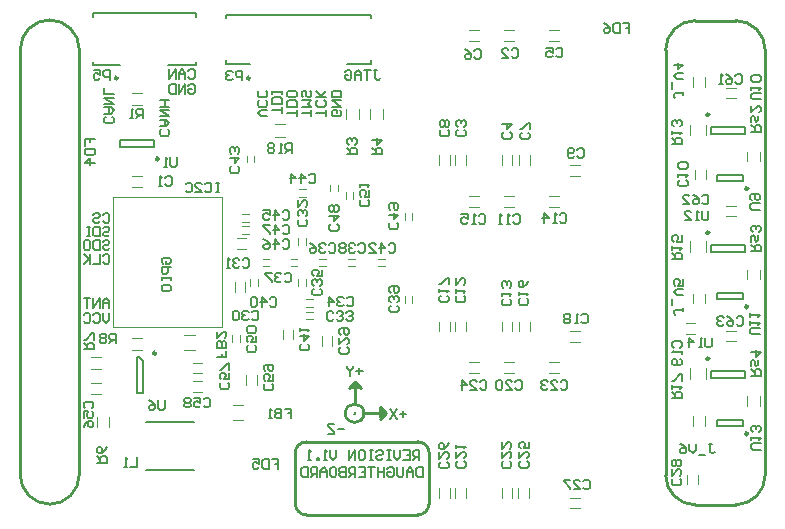
<source format=gbo>
G04*
G04 #@! TF.GenerationSoftware,Altium Limited,Altium Designer,18.1.7 (191)*
G04*
G04 Layer_Color=32896*
%FSLAX25Y25*%
%MOIN*%
G70*
G01*
G75*
%ADD10C,0.01000*%
%ADD12C,0.00984*%
%ADD13C,0.00787*%
%ADD14C,0.00472*%
%ADD15C,0.00700*%
%ADD79C,0.00394*%
%ADD80C,0.00800*%
G36*
X120432Y37303D02*
X122400Y35335D01*
X120432Y33366D01*
Y37303D01*
D02*
G37*
G36*
X110491Y43307D02*
X112459Y45276D01*
X114428Y43307D01*
X110491D01*
D02*
G37*
D10*
X216140Y14669D02*
G03*
X225982Y4825I9843J-2D01*
G01*
X239467D02*
G03*
X249311Y14667I2J9843D01*
G01*
X92706Y5123D02*
G03*
X96374Y1455I3668J-1D01*
G01*
X133563Y1476D02*
G03*
X137232Y5144I1J3668D01*
G01*
X137293Y22146D02*
G03*
X133625Y25814I-3668J1D01*
G01*
X96359Y25804D02*
G03*
X92690Y22136I-1J-3668D01*
G01*
X112598Y35335D02*
G03*
X112598Y35335I-139J0D01*
G01*
X115550D02*
G03*
X115550Y35335I-3091J0D01*
G01*
X225984Y166244D02*
G03*
X216140Y156402I-2J-9843D01*
G01*
X249311Y156400D02*
G03*
X239469Y166244I-9843J2D01*
G01*
X984Y14864D02*
G03*
X20669Y14864I9843J-2D01*
G01*
Y156597D02*
G03*
X984Y156597I-9843J2D01*
G01*
X216140Y14669D02*
Y39077D01*
X225982Y4825D02*
X239467D01*
X96374Y1455D02*
X133563D01*
X96359Y25815D02*
X133625D01*
X137293Y5205D02*
Y22146D01*
X92706Y5123D02*
Y22120D01*
X112459Y45768D02*
X114428Y43799D01*
X115550Y35335D02*
X122892D01*
X120924Y37303D02*
X122892Y35335D01*
X120924Y33366D02*
X122892Y35335D01*
X112459Y38425D02*
Y45768D01*
X110491Y43799D02*
X112459Y45768D01*
X216100Y156402D02*
X216100Y30455D01*
X225984Y166244D02*
X239469D01*
X249311Y25691D02*
Y156400D01*
Y14667D02*
Y25691D01*
X984Y14864D02*
Y30218D01*
X20669Y14864D02*
Y25888D01*
X984Y30218D02*
Y156597D01*
X20669Y25888D02*
Y156597D01*
D12*
X77608Y147047D02*
G03*
X77608Y147047I-492J0D01*
G01*
X33514D02*
G03*
X33514Y147047I-492J0D01*
G01*
X230705Y134882D02*
G03*
X230705Y134882I-492J0D01*
G01*
X243602Y110236D02*
G03*
X243602Y110236I-492J0D01*
G01*
X230705Y95512D02*
G03*
X230705Y95512I-492J0D01*
G01*
X243602Y70866D02*
G03*
X243602Y70866I-492J0D01*
G01*
X230705Y53523D02*
G03*
X230705Y53523I-492J0D01*
G01*
X243602Y28543D02*
G03*
X243602Y28543I-492J0D01*
G01*
X47150Y120138D02*
G03*
X47150Y120138I-492J0D01*
G01*
X46260Y55315D02*
G03*
X46260Y55315I-492J0D01*
G01*
D13*
X43012Y16535D02*
X58760D01*
X43012Y32283D02*
X58760D01*
X69685Y166929D02*
Y168209D01*
X117913Y166929D02*
Y168209D01*
Y151673D02*
Y152953D01*
X69685Y151673D02*
Y152953D01*
X110039Y151673D02*
X117913D01*
X69685D02*
X77559D01*
X69685Y168209D02*
X117913D01*
X25197Y151279D02*
X34350D01*
X50295D02*
X59449D01*
Y167323D02*
Y168602D01*
Y151279D02*
Y152559D01*
X25197Y168602D02*
X59449D01*
X25197Y167323D02*
Y168602D01*
Y151279D02*
Y152559D01*
X231315Y128543D02*
Y130905D01*
X242732Y128543D02*
Y130905D01*
X231315Y130905D02*
X242732D01*
X231315Y128543D02*
X242732D01*
X242028Y112894D02*
Y114862D01*
X233366Y112894D02*
Y114862D01*
Y112894D02*
X242028D01*
X233366Y114862D02*
X242028D01*
X231315Y89173D02*
Y91535D01*
X242732Y89173D02*
Y91535D01*
X231315Y91535D02*
X242732D01*
X231315Y89173D02*
X242732D01*
X242028Y73524D02*
Y75492D01*
X233366Y73524D02*
Y75492D01*
Y73524D02*
X242028D01*
X233366Y75492D02*
X242028D01*
X231315Y47185D02*
Y49547D01*
X242732Y47185D02*
Y49547D01*
X231315Y49547D02*
X242732D01*
X231315Y47185D02*
X242732D01*
X242028Y31201D02*
Y33169D01*
X233366Y31201D02*
Y33169D01*
Y31201D02*
X242028D01*
X233366Y33169D02*
X242028D01*
X45555Y124114D02*
Y126476D01*
X34138Y124114D02*
Y126476D01*
Y124114D02*
X45555D01*
X34138Y126476D02*
X45555D01*
X40059Y42028D02*
X42028D01*
X40059D02*
Y54232D01*
X40674D01*
X42028Y52879D01*
Y42028D02*
Y52879D01*
D14*
X145965Y118110D02*
Y121260D01*
X149508Y118110D02*
Y121260D01*
X113878Y133563D02*
Y136713D01*
X109744Y133563D02*
Y136713D01*
X117717Y133563D02*
Y136713D01*
X121850Y133563D02*
Y136713D01*
X86024Y131693D02*
X89173D01*
X86024Y127559D02*
X89173D01*
X236319Y143799D02*
X239469D01*
X236319Y140256D02*
X239469D01*
X229331Y144193D02*
Y147343D01*
X225197Y144193D02*
Y147343D01*
X229429Y127953D02*
Y131496D01*
X224114Y127953D02*
Y131496D01*
X247539Y119390D02*
Y122539D01*
X243406Y119390D02*
Y122539D01*
X229421Y89231D02*
Y92774D01*
X224106Y89231D02*
Y92774D01*
X247539Y79921D02*
Y83071D01*
X243406Y79921D02*
Y83071D01*
X236319Y62894D02*
X239469D01*
X236319Y59350D02*
X239469D01*
X229429Y46752D02*
Y50295D01*
X224114Y46752D02*
Y50295D01*
X247539Y37894D02*
Y41043D01*
X243406Y37894D02*
Y41043D01*
X229232Y31102D02*
Y34252D01*
X225098Y31102D02*
Y34252D01*
X226939Y11658D02*
Y14807D01*
X223395Y11658D02*
Y14807D01*
X170571Y7185D02*
Y10335D01*
X167028Y7185D02*
Y10335D01*
X144095Y62697D02*
Y65847D01*
X140551Y62697D02*
Y65847D01*
X162402Y52362D02*
X165551D01*
X162402Y48819D02*
X165551D01*
X150689D02*
X153839D01*
X150689Y52362D02*
X153839D01*
X177362D02*
X180512D01*
X177362Y48819D02*
X180512D01*
X165059Y62697D02*
Y65847D01*
X161516Y62697D02*
Y65847D01*
X170757Y62697D02*
Y65847D01*
X167213Y62697D02*
Y65847D01*
X177362Y107776D02*
X180512D01*
X177362Y104232D02*
X180512D01*
X162402Y107776D02*
X165551D01*
X162402Y104232D02*
X165551D01*
X144095Y118110D02*
Y121260D01*
X140551Y118110D02*
Y121260D01*
X165059Y118110D02*
Y121260D01*
X161516Y118110D02*
Y121260D01*
X170757Y118110D02*
Y121260D01*
X167213Y118110D02*
Y121260D01*
X184350Y118110D02*
X187500D01*
X184350Y114567D02*
X187500D01*
X177362Y163091D02*
X180512D01*
X177362Y159547D02*
X180512D01*
X150689D02*
X153839D01*
X150689Y163091D02*
X153839D01*
X162402D02*
X165551D01*
X162402Y159547D02*
X165551D01*
X38287Y137992D02*
X41437D01*
X38287Y142126D02*
X41437D01*
X38386Y114370D02*
X41535D01*
X38386Y110827D02*
X41535D01*
X88484Y60039D02*
Y63189D01*
X92028Y60039D02*
Y63189D01*
X73130Y93701D02*
X76279D01*
X73130Y90158D02*
X76279D01*
X105020Y57874D02*
Y61024D01*
X101476Y57874D02*
Y61024D01*
X55610Y56398D02*
X59153D01*
X55610Y61516D02*
X59153D01*
X24606Y54134D02*
X27756D01*
X24606Y50000D02*
X27756D01*
X24606Y41732D02*
X27756D01*
X24606Y45276D02*
X27756D01*
X58563Y48622D02*
X61713D01*
X58563Y52165D02*
X61713D01*
X71850Y32972D02*
X75394D01*
X71850Y38091D02*
X75394D01*
X72441Y75886D02*
Y79035D01*
X75984Y75886D02*
Y79035D01*
X145965Y7185D02*
Y10335D01*
X149508Y7185D02*
Y10335D01*
X184350Y3642D02*
X187500D01*
X184350Y7185D02*
X187500D01*
X161516Y7185D02*
Y10335D01*
X165059Y7185D02*
Y10335D01*
X140551Y7185D02*
Y10335D01*
X144095Y7185D02*
Y10335D01*
X150689Y107776D02*
X153839D01*
X150689Y104232D02*
X153839D01*
X222835Y65453D02*
X225984D01*
X222835Y61910D02*
X225984D01*
X145965Y62697D02*
Y65847D01*
X149508Y62697D02*
Y65847D01*
X184350Y59153D02*
X187500D01*
X184350Y62697D02*
X187500D01*
X229527Y113386D02*
Y116535D01*
X225984Y113386D02*
Y116535D01*
X79894Y44882D02*
Y48031D01*
X76350Y44882D02*
Y48031D01*
X58563Y46063D02*
X61713D01*
X58563Y42520D02*
X61713D01*
X225197Y72047D02*
Y75197D01*
X229331Y72047D02*
Y75197D01*
X236319Y100984D02*
X239469D01*
X236319Y104528D02*
X239469D01*
X26575Y30807D02*
Y33957D01*
X30709Y30807D02*
Y33957D01*
X38287Y60532D02*
X41437D01*
X38287Y56398D02*
X41437D01*
D15*
X118832Y149754D02*
X119898D01*
X119365D01*
Y147088D01*
X119898Y146555D01*
X120431D01*
X120965Y147088D01*
X117766Y149754D02*
X115633D01*
X116699D01*
Y146555D01*
X114567D02*
Y148688D01*
X113500Y149754D01*
X112434Y148688D01*
Y146555D01*
Y148155D01*
X114567D01*
X109235Y149221D02*
X109768Y149754D01*
X110835D01*
X111368Y149221D01*
Y147088D01*
X110835Y146555D01*
X109768D01*
X109235Y147088D01*
Y148155D01*
X110301D01*
X57021Y149418D02*
X57554Y149951D01*
X58620D01*
X59153Y149418D01*
Y147285D01*
X58620Y146752D01*
X57554D01*
X57021Y147285D01*
X55955Y146752D02*
Y148885D01*
X54888Y149951D01*
X53822Y148885D01*
Y146752D01*
Y148351D01*
X55955D01*
X52756Y146752D02*
Y149951D01*
X50623Y146752D01*
Y149951D01*
X135138Y17274D02*
Y14075D01*
X133538D01*
X133005Y14608D01*
Y16741D01*
X133538Y17274D01*
X135138D01*
X131939Y14075D02*
Y16207D01*
X130872Y17274D01*
X129806Y16207D01*
Y14075D01*
Y15674D01*
X131939D01*
X128740Y17274D02*
Y14608D01*
X128207Y14075D01*
X127140D01*
X126607Y14608D01*
Y17274D01*
X123408Y16741D02*
X123941Y17274D01*
X125008D01*
X125541Y16741D01*
Y14608D01*
X125008Y14075D01*
X123941D01*
X123408Y14608D01*
Y15674D01*
X124475D01*
X122342Y17274D02*
Y14075D01*
Y15674D01*
X120209D01*
Y17274D01*
Y14075D01*
X119143Y17274D02*
X117010D01*
X118077D01*
Y14075D01*
X113811Y17274D02*
X115944D01*
Y14075D01*
X113811D01*
X115944Y15674D02*
X114878D01*
X112745Y14075D02*
Y17274D01*
X111145D01*
X110612Y16741D01*
Y15674D01*
X111145Y15141D01*
X112745D01*
X111679D02*
X110612Y14075D01*
X109546Y17274D02*
Y14075D01*
X107947D01*
X107413Y14608D01*
Y15141D01*
X107947Y15674D01*
X109546D01*
X107947D01*
X107413Y16207D01*
Y16741D01*
X107947Y17274D01*
X109546D01*
X104748D02*
X105814D01*
X106347Y16741D01*
Y14608D01*
X105814Y14075D01*
X104748D01*
X104214Y14608D01*
Y16741D01*
X104748Y17274D01*
X103148Y14075D02*
Y16207D01*
X102082Y17274D01*
X101015Y16207D01*
Y14075D01*
Y15674D01*
X103148D01*
X99949Y14075D02*
Y17274D01*
X98350D01*
X97816Y16741D01*
Y15674D01*
X98350Y15141D01*
X99949D01*
X98883D02*
X97816Y14075D01*
X96750Y17274D02*
Y14075D01*
X95151D01*
X94617Y14608D01*
Y16741D01*
X95151Y17274D01*
X96750D01*
X108916Y30143D02*
X106783D01*
X105717Y31742D02*
X103584D01*
Y31209D01*
X105717Y29076D01*
Y28543D01*
X103584D01*
X115117Y49434D02*
X112984D01*
X114050Y50500D02*
Y48368D01*
X111918Y51034D02*
Y50500D01*
X110851Y49434D01*
X109785Y50500D01*
Y51034D01*
X110851Y49434D02*
Y47835D01*
X129684Y35064D02*
X127551D01*
X128617Y36130D02*
Y33998D01*
X126485Y36663D02*
X124352Y33465D01*
Y36663D02*
X126485Y33465D01*
X57021Y144398D02*
X57554Y144931D01*
X58620D01*
X59153Y144398D01*
Y142265D01*
X58620Y141732D01*
X57554D01*
X57021Y142265D01*
Y143332D01*
X58087D01*
X55955Y141732D02*
Y144931D01*
X53822Y141732D01*
Y144931D01*
X52756D02*
Y141732D01*
X51156D01*
X50623Y142265D01*
Y144398D01*
X51156Y144931D01*
X52756D01*
X31701Y134121D02*
X32234Y133588D01*
Y132521D01*
X31701Y131988D01*
X29569D01*
X29035Y132521D01*
Y133588D01*
X29569Y134121D01*
X29035Y135187D02*
X31168D01*
X32234Y136253D01*
X31168Y137320D01*
X29035D01*
X30635D01*
Y135187D01*
X29035Y138386D02*
X32234D01*
X29035Y140519D01*
X32234D01*
Y141585D02*
X29035D01*
Y143718D01*
X50205Y129987D02*
X50738Y129454D01*
Y128387D01*
X50205Y127854D01*
X48072D01*
X47539Y128387D01*
Y129454D01*
X48072Y129987D01*
X47539Y131053D02*
X49672D01*
X50738Y132120D01*
X49672Y133186D01*
X47539D01*
X49139D01*
Y131053D01*
X47539Y134252D02*
X50738D01*
X47539Y136385D01*
X50738D01*
Y137451D02*
X47539D01*
X49139D01*
Y139584D01*
X50738D01*
X47539D01*
X107489Y136413D02*
X108022Y135880D01*
Y134814D01*
X107489Y134281D01*
X105356D01*
X104823Y134814D01*
Y135880D01*
X105356Y136413D01*
X106422D01*
Y135347D01*
X104823Y137480D02*
X108022D01*
X104823Y139612D01*
X108022D01*
Y140679D02*
X104823D01*
Y142278D01*
X105356Y142811D01*
X107489D01*
X108022Y142278D01*
Y140679D01*
X83317Y134281D02*
X81184D01*
X80118Y135347D01*
X81184Y136413D01*
X83317D01*
X82784Y139612D02*
X83317Y139079D01*
Y138013D01*
X82784Y137480D01*
X80651D01*
X80118Y138013D01*
Y139079D01*
X80651Y139612D01*
X82784Y142811D02*
X83317Y142278D01*
Y141212D01*
X82784Y140679D01*
X80651D01*
X80118Y141212D01*
Y142278D01*
X80651Y142811D01*
X102909Y134281D02*
Y136413D01*
Y135347D01*
X99710D01*
X102376Y139612D02*
X102909Y139079D01*
Y138013D01*
X102376Y137480D01*
X100243D01*
X99710Y138013D01*
Y139079D01*
X100243Y139612D01*
X102909Y140679D02*
X99710D01*
X100776D01*
X102909Y142811D01*
X101309Y141212D01*
X99710Y142811D01*
X98007Y134281D02*
Y136413D01*
Y135347D01*
X94808D01*
Y137480D02*
X98007D01*
X96941Y138546D01*
X98007Y139612D01*
X94808D01*
X97474Y142811D02*
X98007Y142278D01*
Y141212D01*
X97474Y140679D01*
X96941D01*
X96408Y141212D01*
Y142278D01*
X95874Y142811D01*
X95341D01*
X94808Y142278D01*
Y141212D01*
X95341Y140679D01*
X93105Y134281D02*
Y136413D01*
Y135347D01*
X89906D01*
X93105Y137480D02*
X89906D01*
Y139079D01*
X90439Y139612D01*
X92572D01*
X93105Y139079D01*
Y137480D01*
Y142278D02*
Y141212D01*
X92572Y140679D01*
X90439D01*
X89906Y141212D01*
Y142278D01*
X90439Y142811D01*
X92572D01*
X93105Y142278D01*
X88204Y135347D02*
Y137480D01*
Y136413D01*
X85005D01*
X88204Y138546D02*
X85005D01*
Y140146D01*
X85538Y140679D01*
X87670D01*
X88204Y140146D01*
Y138546D01*
Y141745D02*
Y142811D01*
Y142278D01*
X85005D01*
Y141745D01*
Y142811D01*
X134072Y19783D02*
Y22982D01*
X132472D01*
X131939Y22449D01*
Y21383D01*
X132472Y20850D01*
X134072D01*
X133005D02*
X131939Y19783D01*
X128740Y22982D02*
X130872D01*
Y19783D01*
X128740D01*
X130872Y21383D02*
X129806D01*
X127673Y22982D02*
Y20850D01*
X126607Y19783D01*
X125541Y20850D01*
Y22982D01*
X124475D02*
X123408D01*
X123941D01*
Y19783D01*
X124475D01*
X123408D01*
X119676Y22449D02*
X120209Y22982D01*
X121276D01*
X121809Y22449D01*
Y21916D01*
X121276Y21383D01*
X120209D01*
X119676Y20850D01*
Y20317D01*
X120209Y19783D01*
X121276D01*
X121809Y20317D01*
X118610Y22982D02*
X117543D01*
X118077D01*
Y19783D01*
X118610D01*
X117543D01*
X114345Y22982D02*
X115411D01*
X115944Y22449D01*
Y20317D01*
X115411Y19783D01*
X114345D01*
X113811Y20317D01*
Y22449D01*
X114345Y22982D01*
X112745Y19783D02*
Y22982D01*
X110612Y19783D01*
Y22982D01*
X106347D02*
Y20850D01*
X105281Y19783D01*
X104214Y20850D01*
Y22982D01*
X103148Y19783D02*
X102082D01*
X102615D01*
Y22982D01*
X103148Y22449D01*
X100482Y19783D02*
Y20317D01*
X99949D01*
Y19783D01*
X100482D01*
X97816D02*
X96750D01*
X97283D01*
Y22982D01*
X97816Y22449D01*
X30709Y68652D02*
Y66519D01*
X29642Y65453D01*
X28576Y66519D01*
Y68652D01*
X25377Y68119D02*
X25910Y68652D01*
X26976D01*
X27510Y68119D01*
Y65986D01*
X26976Y65453D01*
X25910D01*
X25377Y65986D01*
X22178Y68119D02*
X22711Y68652D01*
X23778D01*
X24311Y68119D01*
Y65986D01*
X23778Y65453D01*
X22711D01*
X22178Y65986D01*
X30709Y70472D02*
Y72605D01*
X29642Y73671D01*
X28576Y72605D01*
Y70472D01*
Y72072D01*
X30709D01*
X27510Y70472D02*
Y73671D01*
X25377Y70472D01*
Y73671D01*
X24311D02*
X22178D01*
X23244D01*
Y70472D01*
X28576Y87804D02*
X29109Y88337D01*
X30176D01*
X30709Y87804D01*
Y85671D01*
X30176Y85138D01*
X29109D01*
X28576Y85671D01*
X27510Y88337D02*
Y85138D01*
X25377D01*
X24311Y88337D02*
Y85138D01*
Y86204D01*
X22178Y88337D01*
X23778Y86737D01*
X22178Y85138D01*
X28576Y92528D02*
X29109Y93061D01*
X30176D01*
X30709Y92528D01*
Y91995D01*
X30176Y91462D01*
X29109D01*
X28576Y90929D01*
Y90395D01*
X29109Y89862D01*
X30176D01*
X30709Y90395D01*
X27510Y93061D02*
Y89862D01*
X25910D01*
X25377Y90395D01*
Y92528D01*
X25910Y93061D01*
X27510D01*
X22711D02*
X23778D01*
X24311Y92528D01*
Y90395D01*
X23778Y89862D01*
X22711D01*
X22178Y90395D01*
Y92528D01*
X22711Y93061D01*
X28576Y96957D02*
X29109Y97490D01*
X30176D01*
X30709Y96957D01*
Y96424D01*
X30176Y95891D01*
X29109D01*
X28576Y95358D01*
Y94824D01*
X29109Y94291D01*
X30176D01*
X30709Y94824D01*
X27510Y97490D02*
Y94291D01*
X25910D01*
X25377Y94824D01*
Y96957D01*
X25910Y97490D01*
X27510D01*
X24311D02*
X23244D01*
X23778D01*
Y94291D01*
X24311D01*
X23244D01*
X67323Y112156D02*
X66256D01*
X66790D01*
Y108957D01*
X67323D01*
X66256D01*
X62524Y111623D02*
X63058Y112156D01*
X64124D01*
X64657Y111623D01*
Y109490D01*
X64124Y108957D01*
X63058D01*
X62524Y109490D01*
X59325Y108957D02*
X61458D01*
X59325Y111089D01*
Y111623D01*
X59859Y112156D01*
X60925D01*
X61458Y111623D01*
X56126D02*
X56660Y112156D01*
X57726D01*
X58259Y111623D01*
Y109490D01*
X57726Y108957D01*
X56660D01*
X56126Y109490D01*
X48614Y85072D02*
X48081Y85605D01*
Y86672D01*
X48614Y87205D01*
X50746D01*
X51279Y86672D01*
Y85605D01*
X50746Y85072D01*
X49680D01*
Y86138D01*
X51279Y84006D02*
X48081D01*
Y82406D01*
X48614Y81873D01*
X49680D01*
X50213Y82406D01*
Y84006D01*
X48081Y80807D02*
Y79741D01*
Y80274D01*
X51279D01*
Y80807D01*
Y79741D01*
X48081Y76542D02*
Y77608D01*
X48614Y78141D01*
X50746D01*
X51279Y77608D01*
Y76542D01*
X50746Y76008D01*
X48614D01*
X48081Y76542D01*
X28576Y101583D02*
X29109Y102116D01*
X30176D01*
X30709Y101583D01*
Y99450D01*
X30176Y98917D01*
X29109D01*
X28576Y99450D01*
X25377Y101583D02*
X25910Y102116D01*
X26976D01*
X27510Y101583D01*
Y101050D01*
X26976Y100517D01*
X25910D01*
X25377Y99984D01*
Y99450D01*
X25910Y98917D01*
X26976D01*
X27510Y99450D01*
X149024Y129790D02*
X149557Y129257D01*
Y128191D01*
X149024Y127657D01*
X146891D01*
X146358Y128191D01*
Y129257D01*
X146891Y129790D01*
X149024Y130856D02*
X149557Y131390D01*
Y132456D01*
X149024Y132989D01*
X148491D01*
X147958Y132456D01*
Y131923D01*
Y132456D01*
X147425Y132989D01*
X146891D01*
X146358Y132456D01*
Y131390D01*
X146891Y130856D01*
X231496Y60581D02*
Y57915D01*
X230963Y57382D01*
X229897D01*
X229363Y57915D01*
Y60581D01*
X228297Y57382D02*
X227231D01*
X227764D01*
Y60581D01*
X228297Y60048D01*
X224032Y57382D02*
Y60581D01*
X225631Y58981D01*
X223499D01*
X247884Y23228D02*
X245218D01*
X244685Y23762D01*
Y24828D01*
X245218Y25361D01*
X247884D01*
X244685Y26427D02*
Y27494D01*
Y26961D01*
X247884D01*
X247351Y26427D01*
Y29093D02*
X247884Y29626D01*
Y30693D01*
X247351Y31226D01*
X246818D01*
X246285Y30693D01*
Y30159D01*
Y30693D01*
X245751Y31226D01*
X245218D01*
X244685Y30693D01*
Y29626D01*
X245218Y29093D01*
X230413Y102805D02*
Y100139D01*
X229880Y99606D01*
X228814D01*
X228281Y100139D01*
Y102805D01*
X227214Y99606D02*
X226148D01*
X226681D01*
Y102805D01*
X227214Y102272D01*
X222416Y99606D02*
X224549D01*
X222416Y101739D01*
Y102272D01*
X222949Y102805D01*
X224015D01*
X224549Y102272D01*
X247589Y61713D02*
X244923D01*
X244390Y62246D01*
Y63312D01*
X244923Y63845D01*
X247589D01*
X244390Y64912D02*
Y65978D01*
Y65445D01*
X247589D01*
X247056Y64912D01*
X244390Y67577D02*
Y68644D01*
Y68111D01*
X247589D01*
X247056Y67577D01*
X247884Y139961D02*
X245218D01*
X244685Y140494D01*
Y141560D01*
X245218Y142093D01*
X247884D01*
X244685Y143160D02*
Y144226D01*
Y143693D01*
X247884D01*
X247351Y143160D01*
Y145825D02*
X247884Y146359D01*
Y147425D01*
X247351Y147958D01*
X245218D01*
X244685Y147425D01*
Y146359D01*
X245218Y145825D01*
X247351D01*
X247589Y103150D02*
X244923D01*
X244390Y103683D01*
Y104749D01*
X244923Y105282D01*
X247589D01*
X244923Y106349D02*
X244390Y106882D01*
Y107948D01*
X244923Y108481D01*
X247056D01*
X247589Y107948D01*
Y106882D01*
X247056Y106349D01*
X246522D01*
X245989Y106882D01*
Y108481D01*
X49114Y39715D02*
Y37049D01*
X48581Y36516D01*
X47515D01*
X46981Y37049D01*
Y39715D01*
X43783D02*
X44849Y39182D01*
X45915Y38115D01*
Y37049D01*
X45382Y36516D01*
X44316D01*
X43783Y37049D01*
Y37582D01*
X44316Y38115D01*
X45915D01*
X53150Y120719D02*
Y118053D01*
X52616Y117520D01*
X51550D01*
X51017Y118053D01*
Y120719D01*
X49951Y117520D02*
X48884D01*
X49417D01*
Y120719D01*
X49951Y120185D01*
X244685Y47835D02*
X247884D01*
Y49434D01*
X247351Y49967D01*
X246285D01*
X245751Y49434D01*
Y47835D01*
Y48901D02*
X244685Y49967D01*
Y51034D02*
Y52633D01*
X245218Y53166D01*
X245751Y52633D01*
Y51567D01*
X246285Y51034D01*
X246818Y51567D01*
Y53166D01*
X244685Y55832D02*
X247884D01*
X246285Y54233D01*
Y56365D01*
X244685Y89370D02*
X247884D01*
Y90970D01*
X247351Y91503D01*
X246285D01*
X245751Y90970D01*
Y89370D01*
Y90436D02*
X244685Y91503D01*
Y92569D02*
Y94169D01*
X245218Y94702D01*
X245751Y94169D01*
Y93102D01*
X246285Y92569D01*
X246818Y93102D01*
Y94702D01*
X247351Y95768D02*
X247884Y96301D01*
Y97368D01*
X247351Y97901D01*
X246818D01*
X246285Y97368D01*
Y96834D01*
Y97368D01*
X245751Y97901D01*
X245218D01*
X244685Y97368D01*
Y96301D01*
X245218Y95768D01*
X244685Y129232D02*
X247884D01*
Y130832D01*
X247351Y131365D01*
X246285D01*
X245751Y130832D01*
Y129232D01*
Y130299D02*
X244685Y131365D01*
Y132431D02*
Y134031D01*
X245218Y134564D01*
X245751Y134031D01*
Y132964D01*
X246285Y132431D01*
X246818Y132964D01*
Y134564D01*
X244685Y137763D02*
Y135630D01*
X246818Y137763D01*
X247351D01*
X247884Y137230D01*
Y136163D01*
X247351Y135630D01*
X91535Y122146D02*
Y125345D01*
X89936D01*
X89403Y124811D01*
Y123745D01*
X89936Y123212D01*
X91535D01*
X90469D02*
X89403Y122146D01*
X88336D02*
X87270D01*
X87803D01*
Y125345D01*
X88336Y124811D01*
X85671D02*
X85137Y125345D01*
X84071D01*
X83538Y124811D01*
Y124278D01*
X84071Y123745D01*
X83538Y123212D01*
Y122679D01*
X84071Y122146D01*
X85137D01*
X85671Y122679D01*
Y123212D01*
X85137Y123745D01*
X85671Y124278D01*
Y124811D01*
X85137Y123745D02*
X84071D01*
X218266Y40354D02*
X221465D01*
Y41954D01*
X220932Y42487D01*
X219865D01*
X219332Y41954D01*
Y40354D01*
Y41421D02*
X218266Y42487D01*
Y43553D02*
Y44620D01*
Y44087D01*
X221465D01*
X220932Y43553D01*
X221465Y46219D02*
Y48352D01*
X220932D01*
X218799Y46219D01*
X218266D01*
Y86713D02*
X221465D01*
Y88312D01*
X220932Y88845D01*
X219865D01*
X219332Y88312D01*
Y86713D01*
Y87779D02*
X218266Y88845D01*
Y89912D02*
Y90978D01*
Y90445D01*
X221465D01*
X220932Y89912D01*
X221465Y94710D02*
Y92577D01*
X219865D01*
X220399Y93644D01*
Y94177D01*
X219865Y94710D01*
X218799D01*
X218266Y94177D01*
Y93111D01*
X218799Y92577D01*
X218266Y125098D02*
X221465D01*
Y126698D01*
X220932Y127231D01*
X219865D01*
X219332Y126698D01*
Y125098D01*
Y126165D02*
X218266Y127231D01*
Y128297D02*
Y129364D01*
Y128831D01*
X221465D01*
X220932Y128297D01*
Y130963D02*
X221465Y131496D01*
Y132563D01*
X220932Y133096D01*
X220399D01*
X219865Y132563D01*
Y132029D01*
Y132563D01*
X219332Y133096D01*
X218799D01*
X218266Y132563D01*
Y131496D01*
X218799Y130963D01*
X32874Y58661D02*
Y61860D01*
X31275D01*
X30741Y61327D01*
Y60261D01*
X31275Y59728D01*
X32874D01*
X31808D02*
X30741Y58661D01*
X29675Y61327D02*
X29142Y61860D01*
X28076D01*
X27542Y61327D01*
Y60794D01*
X28076Y60261D01*
X27542Y59728D01*
Y59195D01*
X28076Y58661D01*
X29142D01*
X29675Y59195D01*
Y59728D01*
X29142Y60261D01*
X29675Y60794D01*
Y61327D01*
X29142Y60261D02*
X28076D01*
X22343Y56595D02*
X25541D01*
Y58194D01*
X25008Y58727D01*
X23942D01*
X23409Y58194D01*
Y56595D01*
Y57661D02*
X22343Y58727D01*
X25541Y59794D02*
Y61926D01*
X25008D01*
X22876Y59794D01*
X22343D01*
X26673Y18799D02*
X29872D01*
Y20399D01*
X29339Y20932D01*
X28273D01*
X27740Y20399D01*
Y18799D01*
Y19865D02*
X26673Y20932D01*
X29872Y24131D02*
X29339Y23065D01*
X28273Y21998D01*
X27206D01*
X26673Y22531D01*
Y23598D01*
X27206Y24131D01*
X27740D01*
X28273Y23598D01*
Y21998D01*
X118405Y121653D02*
X121605D01*
Y123253D01*
X121071Y123786D01*
X120005D01*
X119472Y123253D01*
Y121653D01*
Y122720D02*
X118405Y123786D01*
Y126452D02*
X121605D01*
X120005Y124853D01*
Y126985D01*
X109941Y121653D02*
X113140D01*
Y123253D01*
X112607Y123786D01*
X111540D01*
X111007Y123253D01*
Y121653D01*
Y122720D02*
X109941Y123786D01*
X112607Y124853D02*
X113140Y125386D01*
Y126452D01*
X112607Y126985D01*
X112074D01*
X111540Y126452D01*
Y125919D01*
Y126452D01*
X111007Y126985D01*
X110474D01*
X109941Y126452D01*
Y125386D01*
X110474Y124853D01*
X41831Y133661D02*
Y136860D01*
X40231D01*
X39698Y136327D01*
Y135261D01*
X40231Y134728D01*
X41831D01*
X40764D02*
X39698Y133661D01*
X38632D02*
X37565D01*
X38099D01*
Y136860D01*
X38632Y136327D01*
X30807Y146457D02*
Y149656D01*
X29208D01*
X28675Y149123D01*
Y148056D01*
X29208Y147523D01*
X30807D01*
X25475Y149656D02*
X27608D01*
Y148056D01*
X26542Y148589D01*
X26009D01*
X25475Y148056D01*
Y146990D01*
X26009Y146457D01*
X27075D01*
X27608Y146990D01*
X75000Y146358D02*
Y149557D01*
X73400D01*
X72867Y149024D01*
Y147958D01*
X73400Y147425D01*
X75000D01*
X71801Y149024D02*
X71268Y149557D01*
X70201D01*
X69668Y149024D01*
Y148491D01*
X70201Y147958D01*
X70735D01*
X70201D01*
X69668Y147425D01*
Y146891D01*
X70201Y146358D01*
X71268D01*
X71801Y146891D01*
X230446Y25246D02*
X231512D01*
X230979D01*
Y22580D01*
X231512Y22047D01*
X232046D01*
X232579Y22580D01*
X229380Y21514D02*
X227247D01*
X226181Y25246D02*
Y23114D01*
X225114Y22047D01*
X224048Y23114D01*
Y25246D01*
X220849D02*
X221916Y24713D01*
X222982Y23647D01*
Y22580D01*
X222449Y22047D01*
X221382D01*
X220849Y22580D01*
Y23114D01*
X221382Y23647D01*
X222982D01*
X221998Y70341D02*
Y69275D01*
Y69808D01*
X219332D01*
X218799Y69275D01*
Y68742D01*
X219332Y68209D01*
X218266Y71408D02*
Y73540D01*
X221998Y74607D02*
X219865D01*
X218799Y75673D01*
X219865Y76739D01*
X221998D01*
Y79938D02*
Y77806D01*
X220399D01*
X220932Y78872D01*
Y79405D01*
X220399Y79938D01*
X219332D01*
X218799Y79405D01*
Y78339D01*
X219332Y77806D01*
X221998Y142487D02*
Y141421D01*
Y141954D01*
X219332D01*
X218799Y141421D01*
Y140887D01*
X219332Y140354D01*
X218266Y143553D02*
Y145686D01*
X221998Y146752D02*
X219865D01*
X218799Y147819D01*
X219865Y148885D01*
X221998D01*
X218799Y151551D02*
X221998D01*
X220399Y149951D01*
Y152084D01*
X201854Y165305D02*
X203987D01*
Y163706D01*
X202920D01*
X203987D01*
Y162106D01*
X200788Y165305D02*
Y162106D01*
X199188D01*
X198655Y162639D01*
Y164772D01*
X199188Y165305D01*
X200788D01*
X195456D02*
X196522Y164772D01*
X197589Y163706D01*
Y162639D01*
X197055Y162106D01*
X195989D01*
X195456Y162639D01*
Y163173D01*
X195989Y163706D01*
X197589D01*
X84875Y20030D02*
X87008D01*
Y18430D01*
X85941D01*
X87008D01*
Y16831D01*
X83809Y20030D02*
Y16831D01*
X82209D01*
X81676Y17364D01*
Y19497D01*
X82209Y20030D01*
X83809D01*
X78477D02*
X80610D01*
Y18430D01*
X79544Y18963D01*
X79010D01*
X78477Y18430D01*
Y17364D01*
X79010Y16831D01*
X80077D01*
X80610Y17364D01*
X22588Y124541D02*
Y126673D01*
X24188D01*
Y125607D01*
Y126673D01*
X25787D01*
X22588Y123474D02*
X25787D01*
Y121875D01*
X25254Y121342D01*
X23122D01*
X22588Y121875D01*
Y123474D01*
X25787Y118676D02*
X22588D01*
X24188Y120275D01*
Y118143D01*
X69734Y56168D02*
Y54035D01*
X68135D01*
Y55102D01*
Y54035D01*
X66535D01*
X69734Y57234D02*
X66535D01*
Y58834D01*
X67069Y59367D01*
X67602D01*
X68135Y58834D01*
Y57234D01*
Y58834D01*
X68668Y59367D01*
X69201D01*
X69734Y58834D01*
Y57234D01*
X66535Y62566D02*
Y60433D01*
X68668Y62566D01*
X69201D01*
X69734Y62033D01*
Y60966D01*
X69201Y60433D01*
X89108Y36860D02*
X91240D01*
Y35261D01*
X90174D01*
X91240D01*
Y33661D01*
X88041Y36860D02*
Y33661D01*
X86442D01*
X85909Y34195D01*
Y34728D01*
X86442Y35261D01*
X88041D01*
X86442D01*
X85909Y35794D01*
Y36327D01*
X86442Y36860D01*
X88041D01*
X84842Y33661D02*
X83776D01*
X84309D01*
Y36860D01*
X84842Y36327D01*
X239796Y67233D02*
X240330Y67766D01*
X241396D01*
X241929Y67233D01*
Y65100D01*
X241396Y64567D01*
X240330D01*
X239796Y65100D01*
X236597Y67766D02*
X237664Y67233D01*
X238730Y66166D01*
Y65100D01*
X238197Y64567D01*
X237131D01*
X236597Y65100D01*
Y65633D01*
X237131Y66166D01*
X238730D01*
X235531Y67233D02*
X234998Y67766D01*
X233932D01*
X233399Y67233D01*
Y66700D01*
X233932Y66166D01*
X234465D01*
X233932D01*
X233399Y65633D01*
Y65100D01*
X233932Y64567D01*
X234998D01*
X235531Y65100D01*
X228281Y107685D02*
X228814Y108219D01*
X229880D01*
X230413Y107685D01*
Y105553D01*
X229880Y105020D01*
X228814D01*
X228281Y105553D01*
X225082Y108219D02*
X226148Y107685D01*
X227214Y106619D01*
Y105553D01*
X226681Y105020D01*
X225615D01*
X225082Y105553D01*
Y106086D01*
X225615Y106619D01*
X227214D01*
X221883Y105020D02*
X224015D01*
X221883Y107152D01*
Y107685D01*
X222416Y108219D01*
X223482D01*
X224015Y107685D01*
X239403Y147843D02*
X239936Y148376D01*
X241002D01*
X241535Y147843D01*
Y145710D01*
X241002Y145177D01*
X239936D01*
X239403Y145710D01*
X236204Y148376D02*
X237270Y147843D01*
X238336Y146777D01*
Y145710D01*
X237803Y145177D01*
X236737D01*
X236204Y145710D01*
Y146244D01*
X236737Y146777D01*
X238336D01*
X235138Y145177D02*
X234071D01*
X234604D01*
Y148376D01*
X235138Y147843D01*
X84752Y45145D02*
X85286Y44611D01*
Y43545D01*
X84752Y43012D01*
X82620D01*
X82087Y43545D01*
Y44611D01*
X82620Y45145D01*
X85286Y48343D02*
Y46211D01*
X83686D01*
X84219Y47277D01*
Y47810D01*
X83686Y48343D01*
X82620D01*
X82087Y47810D01*
Y46744D01*
X82620Y46211D01*
Y49410D02*
X82087Y49943D01*
Y51009D01*
X82620Y51542D01*
X84752D01*
X85286Y51009D01*
Y49943D01*
X84752Y49410D01*
X84219D01*
X83686Y49943D01*
Y51542D01*
X62139Y39969D02*
X62672Y40502D01*
X63739D01*
X64272Y39969D01*
Y37836D01*
X63739Y37303D01*
X62672D01*
X62139Y37836D01*
X58940Y40502D02*
X61073D01*
Y38903D01*
X60006Y39436D01*
X59473D01*
X58940Y38903D01*
Y37836D01*
X59473Y37303D01*
X60540D01*
X61073Y37836D01*
X57874Y39969D02*
X57341Y40502D01*
X56274D01*
X55741Y39969D01*
Y39436D01*
X56274Y38903D01*
X55741Y38370D01*
Y37836D01*
X56274Y37303D01*
X57341D01*
X57874Y37836D01*
Y38370D01*
X57341Y38903D01*
X57874Y39436D01*
Y39969D01*
X57341Y38903D02*
X56274D01*
X70087Y45538D02*
X70620Y45005D01*
Y43939D01*
X70087Y43406D01*
X67954D01*
X67421Y43939D01*
Y45005D01*
X67954Y45538D01*
X70620Y48737D02*
Y46604D01*
X69021D01*
X69554Y47671D01*
Y48204D01*
X69021Y48737D01*
X67954D01*
X67421Y48204D01*
Y47138D01*
X67954Y46604D01*
X70620Y49803D02*
Y51936D01*
X70087D01*
X67954Y49803D01*
X67421D01*
X22629Y37041D02*
X22096Y37574D01*
Y38640D01*
X22629Y39173D01*
X24762D01*
X25295Y38640D01*
Y37574D01*
X24762Y37041D01*
X22096Y33842D02*
Y35974D01*
X23696D01*
X23163Y34908D01*
Y34375D01*
X23696Y33842D01*
X24762D01*
X25295Y34375D01*
Y35441D01*
X24762Y35974D01*
X22096Y30643D02*
X22629Y31709D01*
X23696Y32775D01*
X24762D01*
X25295Y32242D01*
Y31176D01*
X24762Y30643D01*
X24229D01*
X23696Y31176D01*
Y32775D01*
X116839Y106463D02*
X117372Y105930D01*
Y104864D01*
X116839Y104331D01*
X114706D01*
X114173Y104864D01*
Y105930D01*
X114706Y106463D01*
X117372Y109662D02*
Y107530D01*
X115773D01*
X116306Y108596D01*
Y109129D01*
X115773Y109662D01*
X114706D01*
X114173Y109129D01*
Y108063D01*
X114706Y107530D01*
X114173Y110729D02*
Y111795D01*
Y111262D01*
X117372D01*
X116839Y110729D01*
X79142Y57940D02*
X79675Y57407D01*
Y56340D01*
X79142Y55807D01*
X77009D01*
X76476Y56340D01*
Y57407D01*
X77009Y57940D01*
X79675Y61139D02*
Y59006D01*
X78076D01*
X78609Y60072D01*
Y60606D01*
X78076Y61139D01*
X77009D01*
X76476Y60606D01*
Y59539D01*
X77009Y59006D01*
X79142Y62205D02*
X79675Y62738D01*
Y63805D01*
X79142Y64338D01*
X77009D01*
X76476Y63805D01*
Y62738D01*
X77009Y62205D01*
X79142D01*
X126485Y98885D02*
X127018Y98351D01*
Y97285D01*
X126485Y96752D01*
X124352D01*
X123819Y97285D01*
Y98351D01*
X124352Y98885D01*
X123819Y101550D02*
X127018D01*
X125418Y99951D01*
Y102084D01*
X124352Y103150D02*
X123819Y103683D01*
Y104749D01*
X124352Y105282D01*
X126485D01*
X127018Y104749D01*
Y103683D01*
X126485Y103150D01*
X125952D01*
X125418Y103683D01*
Y105282D01*
X106603Y98294D02*
X107136Y97761D01*
Y96695D01*
X106603Y96161D01*
X104470D01*
X103937Y96695D01*
Y97761D01*
X104470Y98294D01*
X103937Y100960D02*
X107136D01*
X105536Y99360D01*
Y101493D01*
X106603Y102559D02*
X107136Y103093D01*
Y104159D01*
X106603Y104692D01*
X106070D01*
X105536Y104159D01*
X105003Y104692D01*
X104470D01*
X103937Y104159D01*
Y103093D01*
X104470Y102559D01*
X105003D01*
X105536Y103093D01*
X106070Y102559D01*
X106603D01*
X105536Y103093D02*
Y104159D01*
X88419Y97646D02*
X88952Y98179D01*
X90018D01*
X90551Y97646D01*
Y95513D01*
X90018Y94980D01*
X88952D01*
X88419Y95513D01*
X85753Y94980D02*
Y98179D01*
X87352Y96580D01*
X85220D01*
X84153Y98179D02*
X82021D01*
Y97646D01*
X84153Y95513D01*
Y94980D01*
X88419Y92823D02*
X88952Y93356D01*
X90018D01*
X90551Y92823D01*
Y90691D01*
X90018Y90158D01*
X88952D01*
X88419Y90691D01*
X85753Y90158D02*
Y93356D01*
X87352Y91757D01*
X85220D01*
X82021Y93356D02*
X83087Y92823D01*
X84153Y91757D01*
Y90691D01*
X83620Y90158D01*
X82554D01*
X82021Y90691D01*
Y91224D01*
X82554Y91757D01*
X84153D01*
X88419Y102567D02*
X88952Y103101D01*
X90018D01*
X90551Y102567D01*
Y100435D01*
X90018Y99902D01*
X88952D01*
X88419Y100435D01*
X85753Y99902D02*
Y103101D01*
X87352Y101501D01*
X85220D01*
X82021Y103101D02*
X84153D01*
Y101501D01*
X83087Y102034D01*
X82554D01*
X82021Y101501D01*
Y100435D01*
X82554Y99902D01*
X83620D01*
X84153Y100435D01*
X97178Y114674D02*
X97711Y115207D01*
X98778D01*
X99311Y114674D01*
Y112541D01*
X98778Y112008D01*
X97711D01*
X97178Y112541D01*
X94513Y112008D02*
Y115207D01*
X96112Y113607D01*
X93979D01*
X91314Y112008D02*
Y115207D01*
X92913Y113607D01*
X90780D01*
X73532Y117585D02*
X74065Y117052D01*
Y115986D01*
X73532Y115453D01*
X71399D01*
X70866Y115986D01*
Y117052D01*
X71399Y117585D01*
X70866Y120251D02*
X74065D01*
X72466Y118652D01*
Y120784D01*
X73532Y121851D02*
X74065Y122384D01*
Y123450D01*
X73532Y123983D01*
X72999D01*
X72466Y123450D01*
Y122917D01*
Y123450D01*
X71933Y123983D01*
X71399D01*
X70866Y123450D01*
Y122384D01*
X71399Y121851D01*
X123753Y91544D02*
X124286Y92077D01*
X125353D01*
X125886Y91544D01*
Y89411D01*
X125353Y88878D01*
X124286D01*
X123753Y89411D01*
X121087Y88878D02*
Y92077D01*
X122687Y90477D01*
X120554D01*
X117355Y88878D02*
X119488D01*
X117355Y91011D01*
Y91544D01*
X117888Y92077D01*
X118955D01*
X119488Y91544D01*
X96760Y58432D02*
X97294Y57899D01*
Y56832D01*
X96760Y56299D01*
X94628D01*
X94095Y56832D01*
Y57899D01*
X94628Y58432D01*
X94095Y61098D02*
X97294D01*
X95694Y59498D01*
Y61631D01*
X94095Y62697D02*
Y63763D01*
Y63230D01*
X97294D01*
X96760Y62697D01*
X84186Y73532D02*
X84719Y74065D01*
X85786D01*
X86319Y73532D01*
Y71399D01*
X85786Y70866D01*
X84719D01*
X84186Y71399D01*
X81520Y70866D02*
Y74065D01*
X83120Y72466D01*
X80987D01*
X79921Y73532D02*
X79388Y74065D01*
X78321D01*
X77788Y73532D01*
Y71399D01*
X78321Y70866D01*
X79388D01*
X79921Y71399D01*
Y73532D01*
X126583Y71227D02*
X127116Y70694D01*
Y69628D01*
X126583Y69095D01*
X124451D01*
X123917Y69628D01*
Y70694D01*
X124451Y71227D01*
X126583Y72294D02*
X127116Y72827D01*
Y73893D01*
X126583Y74426D01*
X126050D01*
X125517Y73893D01*
Y73360D01*
Y73893D01*
X124984Y74426D01*
X124451D01*
X123917Y73893D01*
Y72827D01*
X124451Y72294D01*
Y75492D02*
X123917Y76026D01*
Y77092D01*
X124451Y77625D01*
X126583D01*
X127116Y77092D01*
Y76026D01*
X126583Y75492D01*
X126050D01*
X125517Y76026D01*
Y77625D01*
X113714Y91544D02*
X114247Y92077D01*
X115313D01*
X115847Y91544D01*
Y89411D01*
X115313Y88878D01*
X114247D01*
X113714Y89411D01*
X112647Y91544D02*
X112114Y92077D01*
X111048D01*
X110515Y91544D01*
Y91011D01*
X111048Y90477D01*
X111581D01*
X111048D01*
X110515Y89944D01*
Y89411D01*
X111048Y88878D01*
X112114D01*
X112647Y89411D01*
X109449Y91544D02*
X108915Y92077D01*
X107849D01*
X107316Y91544D01*
Y91011D01*
X107849Y90477D01*
X107316Y89944D01*
Y89411D01*
X107849Y88878D01*
X108915D01*
X109449Y89411D01*
Y89944D01*
X108915Y90477D01*
X109449Y91011D01*
Y91544D01*
X108915Y90477D02*
X107849D01*
X89108Y81701D02*
X89641Y82234D01*
X90707D01*
X91240Y81701D01*
Y79569D01*
X90707Y79035D01*
X89641D01*
X89108Y79569D01*
X88041Y81701D02*
X87508Y82234D01*
X86442D01*
X85909Y81701D01*
Y81168D01*
X86442Y80635D01*
X86975D01*
X86442D01*
X85909Y80102D01*
Y79569D01*
X86442Y79035D01*
X87508D01*
X88041Y79569D01*
X84842Y82234D02*
X82710D01*
Y81701D01*
X84842Y79569D01*
Y79035D01*
X103871Y91544D02*
X104404Y92077D01*
X105471D01*
X106004Y91544D01*
Y89411D01*
X105471Y88878D01*
X104404D01*
X103871Y89411D01*
X102805Y91544D02*
X102272Y92077D01*
X101206D01*
X100672Y91544D01*
Y91011D01*
X101206Y90477D01*
X101739D01*
X101206D01*
X100672Y89944D01*
Y89411D01*
X101206Y88878D01*
X102272D01*
X102805Y89411D01*
X97473Y92077D02*
X98540Y91544D01*
X99606Y90477D01*
Y89411D01*
X99073Y88878D01*
X98006D01*
X97473Y89411D01*
Y89944D01*
X98006Y90477D01*
X99606D01*
X100993Y76837D02*
X101526Y76304D01*
Y75238D01*
X100993Y74705D01*
X98860D01*
X98327Y75238D01*
Y76304D01*
X98860Y76837D01*
X100993Y77904D02*
X101526Y78437D01*
Y79503D01*
X100993Y80036D01*
X100459D01*
X99926Y79503D01*
Y78970D01*
Y79503D01*
X99393Y80036D01*
X98860D01*
X98327Y79503D01*
Y78437D01*
X98860Y77904D01*
X101526Y83235D02*
Y81103D01*
X99926D01*
X100459Y82169D01*
Y82702D01*
X99926Y83235D01*
X98860D01*
X98327Y82702D01*
Y81636D01*
X98860Y81103D01*
X109875Y73630D02*
X110408Y74164D01*
X111475D01*
X112008Y73630D01*
Y71498D01*
X111475Y70965D01*
X110408D01*
X109875Y71498D01*
X108809Y73630D02*
X108276Y74164D01*
X107209D01*
X106676Y73630D01*
Y73097D01*
X107209Y72564D01*
X107743D01*
X107209D01*
X106676Y72031D01*
Y71498D01*
X107209Y70965D01*
X108276D01*
X108809Y71498D01*
X104010Y70965D02*
Y74164D01*
X105610Y72564D01*
X103477D01*
X105381Y66724D02*
X104848Y66191D01*
X103781D01*
X103248Y66724D01*
Y68857D01*
X103781Y69390D01*
X104848D01*
X105381Y68857D01*
X106447Y66724D02*
X106980Y66191D01*
X108046D01*
X108580Y66724D01*
Y67257D01*
X108046Y67790D01*
X107513D01*
X108046D01*
X108580Y68323D01*
Y68857D01*
X108046Y69390D01*
X106980D01*
X106447Y68857D01*
X109646Y66724D02*
X110179Y66191D01*
X111246D01*
X111779Y66724D01*
Y67257D01*
X111246Y67790D01*
X110712D01*
X111246D01*
X111779Y68323D01*
Y68857D01*
X111246Y69390D01*
X110179D01*
X109646Y68857D01*
X96170Y99869D02*
X96703Y99336D01*
Y98269D01*
X96170Y97736D01*
X94037D01*
X93504Y98269D01*
Y99336D01*
X94037Y99869D01*
X96170Y100935D02*
X96703Y101468D01*
Y102535D01*
X96170Y103068D01*
X95637D01*
X95103Y102535D01*
Y102002D01*
Y102535D01*
X94570Y103068D01*
X94037D01*
X93504Y102535D01*
Y101468D01*
X94037Y100935D01*
X93504Y106267D02*
Y104134D01*
X95637Y106267D01*
X96170D01*
X96703Y105734D01*
Y104667D01*
X96170Y104134D01*
X75131Y86524D02*
X75664Y87057D01*
X76731D01*
X77264Y86524D01*
Y84391D01*
X76731Y83858D01*
X75664D01*
X75131Y84391D01*
X74065Y86524D02*
X73532Y87057D01*
X72465D01*
X71932Y86524D01*
Y85991D01*
X72465Y85458D01*
X72998D01*
X72465D01*
X71932Y84925D01*
Y84391D01*
X72465Y83858D01*
X73532D01*
X74065Y84391D01*
X70866Y83858D02*
X69800D01*
X70333D01*
Y87057D01*
X70866Y86524D01*
X78182Y69004D02*
X78715Y69538D01*
X79782D01*
X80315Y69004D01*
Y66872D01*
X79782Y66339D01*
X78715D01*
X78182Y66872D01*
X77116Y69004D02*
X76583Y69538D01*
X75516D01*
X74983Y69004D01*
Y68471D01*
X75516Y67938D01*
X76050D01*
X75516D01*
X74983Y67405D01*
Y66872D01*
X75516Y66339D01*
X76583D01*
X77116Y66872D01*
X73917Y69004D02*
X73384Y69538D01*
X72317D01*
X71784Y69004D01*
Y66872D01*
X72317Y66339D01*
X73384D01*
X73917Y66872D01*
Y69004D01*
X110048Y57251D02*
X110581Y56718D01*
Y55651D01*
X110048Y55118D01*
X107915D01*
X107382Y55651D01*
Y56718D01*
X107915Y57251D01*
X107382Y60450D02*
Y58317D01*
X109514Y60450D01*
X110048D01*
X110581Y59917D01*
Y58850D01*
X110048Y58317D01*
X107915Y61516D02*
X107382Y62049D01*
Y63116D01*
X107915Y63649D01*
X110048D01*
X110581Y63116D01*
Y62049D01*
X110048Y61516D01*
X109514D01*
X108981Y62049D01*
Y63649D01*
X220776Y13452D02*
X221309Y12918D01*
Y11852D01*
X220776Y11319D01*
X218643D01*
X218110Y11852D01*
Y12918D01*
X218643Y13452D01*
X218110Y16650D02*
Y14518D01*
X220243Y16650D01*
X220776D01*
X221309Y16117D01*
Y15051D01*
X220776Y14518D01*
Y17717D02*
X221309Y18250D01*
Y19316D01*
X220776Y19850D01*
X220243D01*
X219710Y19316D01*
X219177Y19850D01*
X218643D01*
X218110Y19316D01*
Y18250D01*
X218643Y17717D01*
X219177D01*
X219710Y18250D01*
X220243Y17717D01*
X220776D01*
X219710Y18250D02*
Y19316D01*
X188615Y12705D02*
X189149Y13238D01*
X190215D01*
X190748Y12705D01*
Y10572D01*
X190215Y10039D01*
X189149D01*
X188615Y10572D01*
X185416Y10039D02*
X187549D01*
X185416Y12172D01*
Y12705D01*
X185950Y13238D01*
X187016D01*
X187549Y12705D01*
X184350Y13238D02*
X182218D01*
Y12705D01*
X184350Y10572D01*
Y10039D01*
X143217Y19062D02*
X143750Y18529D01*
Y17462D01*
X143217Y16929D01*
X141084D01*
X140551Y17462D01*
Y18529D01*
X141084Y19062D01*
X140551Y22261D02*
Y20128D01*
X142684Y22261D01*
X143217D01*
X143750Y21728D01*
Y20661D01*
X143217Y20128D01*
X143750Y25460D02*
X143217Y24393D01*
X142151Y23327D01*
X141084D01*
X140551Y23860D01*
Y24927D01*
X141084Y25460D01*
X141618D01*
X142151Y24927D01*
Y23327D01*
X169890Y19357D02*
X170423Y18824D01*
Y17758D01*
X169890Y17224D01*
X167758D01*
X167224Y17758D01*
Y18824D01*
X167758Y19357D01*
X167224Y22556D02*
Y20423D01*
X169357Y22556D01*
X169890D01*
X170423Y22023D01*
Y20956D01*
X169890Y20423D01*
X170423Y25755D02*
Y23622D01*
X168824D01*
X169357Y24689D01*
Y25222D01*
X168824Y25755D01*
X167758D01*
X167224Y25222D01*
Y24156D01*
X167758Y23622D01*
X154265Y45776D02*
X154798Y46309D01*
X155865D01*
X156398Y45776D01*
Y43643D01*
X155865Y43110D01*
X154798D01*
X154265Y43643D01*
X151066Y43110D02*
X153199D01*
X151066Y45243D01*
Y45776D01*
X151599Y46309D01*
X152665D01*
X153199Y45776D01*
X148400Y43110D02*
Y46309D01*
X150000Y44710D01*
X147867D01*
X181135Y45875D02*
X181668Y46408D01*
X182735D01*
X183268Y45875D01*
Y43742D01*
X182735Y43209D01*
X181668D01*
X181135Y43742D01*
X177936Y43209D02*
X180069D01*
X177936Y45341D01*
Y45875D01*
X178469Y46408D01*
X179536D01*
X180069Y45875D01*
X176870D02*
X176337Y46408D01*
X175270D01*
X174737Y45875D01*
Y45341D01*
X175270Y44808D01*
X175803D01*
X175270D01*
X174737Y44275D01*
Y43742D01*
X175270Y43209D01*
X176337D01*
X176870Y43742D01*
X164083Y19259D02*
X164616Y18725D01*
Y17659D01*
X164083Y17126D01*
X161951D01*
X161417Y17659D01*
Y18725D01*
X161951Y19259D01*
X161417Y22458D02*
Y20325D01*
X163550Y22458D01*
X164083D01*
X164616Y21924D01*
Y20858D01*
X164083Y20325D01*
X161417Y25657D02*
Y23524D01*
X163550Y25657D01*
X164083D01*
X164616Y25123D01*
Y24057D01*
X164083Y23524D01*
X148926Y19357D02*
X149459Y18824D01*
Y17758D01*
X148926Y17224D01*
X146793D01*
X146260Y17758D01*
Y18824D01*
X146793Y19357D01*
X146260Y22556D02*
Y20423D01*
X148392Y22556D01*
X148926D01*
X149459Y22023D01*
Y20956D01*
X148926Y20423D01*
X146260Y23622D02*
Y24689D01*
Y24156D01*
X149459D01*
X148926Y23622D01*
X165978Y45875D02*
X166511Y46408D01*
X167577D01*
X168110Y45875D01*
Y43742D01*
X167577Y43209D01*
X166511D01*
X165978Y43742D01*
X162779Y43209D02*
X164911D01*
X162779Y45341D01*
Y45875D01*
X163312Y46408D01*
X164378D01*
X164911Y45875D01*
X161712D02*
X161179Y46408D01*
X160113D01*
X159580Y45875D01*
Y43742D01*
X160113Y43209D01*
X161179D01*
X161712Y43742D01*
Y45875D01*
X218799Y57218D02*
X218266Y57751D01*
Y58817D01*
X218799Y59350D01*
X220932D01*
X221465Y58817D01*
Y57751D01*
X220932Y57218D01*
X221465Y56151D02*
Y55085D01*
Y55618D01*
X218266D01*
X218799Y56151D01*
X220932Y53486D02*
X221465Y52952D01*
Y51886D01*
X220932Y51353D01*
X218799D01*
X218266Y51886D01*
Y52952D01*
X218799Y53486D01*
X219332D01*
X219865Y52952D01*
Y51353D01*
X188025Y67922D02*
X188558Y68455D01*
X189624D01*
X190157Y67922D01*
Y65789D01*
X189624Y65256D01*
X188558D01*
X188025Y65789D01*
X186959Y65256D02*
X185892D01*
X186425D01*
Y68455D01*
X186959Y67922D01*
X184293D02*
X183759Y68455D01*
X182693D01*
X182160Y67922D01*
Y67388D01*
X182693Y66855D01*
X182160Y66322D01*
Y65789D01*
X182693Y65256D01*
X183759D01*
X184293Y65789D01*
Y66322D01*
X183759Y66855D01*
X184293Y67388D01*
Y67922D01*
X183759Y66855D02*
X182693D01*
X143217Y74574D02*
X143750Y74040D01*
Y72974D01*
X143217Y72441D01*
X141084D01*
X140551Y72974D01*
Y74040D01*
X141084Y74574D01*
X140551Y75640D02*
Y76706D01*
Y76173D01*
X143750D01*
X143217Y75640D01*
X143750Y78306D02*
Y80438D01*
X143217D01*
X141084Y78306D01*
X140551D01*
X169781Y73589D02*
X170314Y73056D01*
Y71990D01*
X169781Y71457D01*
X167648D01*
X167115Y71990D01*
Y73056D01*
X167648Y73589D01*
X167115Y74656D02*
Y75722D01*
Y75189D01*
X170314D01*
X169781Y74656D01*
X170314Y79454D02*
X169781Y78388D01*
X168714Y77321D01*
X167648D01*
X167115Y77855D01*
Y78921D01*
X167648Y79454D01*
X168181D01*
X168714Y78921D01*
Y77321D01*
X153871Y101189D02*
X154404Y101723D01*
X155471D01*
X156004Y101189D01*
Y99057D01*
X155471Y98524D01*
X154404D01*
X153871Y99057D01*
X152805Y98524D02*
X151739D01*
X152272D01*
Y101723D01*
X152805Y101189D01*
X148006Y101723D02*
X150139D01*
Y100123D01*
X149073Y100656D01*
X148540D01*
X148006Y100123D01*
Y99057D01*
X148540Y98524D01*
X149606D01*
X150139Y99057D01*
X180840Y101386D02*
X181373Y101919D01*
X182439D01*
X182972Y101386D01*
Y99254D01*
X182439Y98721D01*
X181373D01*
X180840Y99254D01*
X179773Y98721D02*
X178707D01*
X179240D01*
Y101919D01*
X179773Y101386D01*
X175508Y98721D02*
Y101919D01*
X177108Y100320D01*
X174975D01*
X164181Y73392D02*
X164715Y72859D01*
Y71793D01*
X164181Y71260D01*
X162049D01*
X161516Y71793D01*
Y72859D01*
X162049Y73392D01*
X161516Y74459D02*
Y75525D01*
Y74992D01*
X164715D01*
X164181Y74459D01*
Y77125D02*
X164715Y77658D01*
Y78724D01*
X164181Y79257D01*
X163648D01*
X163115Y78724D01*
Y78191D01*
Y78724D01*
X162582Y79257D01*
X162049D01*
X161516Y78724D01*
Y77658D01*
X162049Y77125D01*
X148827Y74475D02*
X149360Y73942D01*
Y72876D01*
X148827Y72342D01*
X146695D01*
X146161Y72876D01*
Y73942D01*
X146695Y74475D01*
X146161Y75542D02*
Y76608D01*
Y76075D01*
X149360D01*
X148827Y75542D01*
X146161Y80340D02*
Y78207D01*
X148294Y80340D01*
X148827D01*
X149360Y79807D01*
Y78740D01*
X148827Y78207D01*
X165289Y101189D02*
X165822Y101723D01*
X166888D01*
X167421Y101189D01*
Y99057D01*
X166888Y98524D01*
X165822D01*
X165289Y99057D01*
X164222Y98524D02*
X163156D01*
X163689D01*
Y101723D01*
X164222Y101189D01*
X161556Y98524D02*
X160490D01*
X161023D01*
Y101723D01*
X161556Y101189D01*
X222941Y113058D02*
X223475Y112525D01*
Y111458D01*
X222941Y110925D01*
X220809D01*
X220276Y111458D01*
Y112525D01*
X220809Y113058D01*
X220276Y114124D02*
Y115190D01*
Y114657D01*
X223475D01*
X222941Y114124D01*
Y116790D02*
X223475Y117323D01*
Y118389D01*
X222941Y118923D01*
X220809D01*
X220276Y118389D01*
Y117323D01*
X220809Y116790D01*
X222941D01*
X186745Y123138D02*
X187278Y123671D01*
X188345D01*
X188878Y123138D01*
Y121006D01*
X188345Y120472D01*
X187278D01*
X186745Y121006D01*
X185679D02*
X185146Y120472D01*
X184080D01*
X183546Y121006D01*
Y123138D01*
X184080Y123671D01*
X185146D01*
X185679Y123138D01*
Y122605D01*
X185146Y122072D01*
X183546D01*
X143512Y129790D02*
X144045Y129257D01*
Y128191D01*
X143512Y127657D01*
X141380D01*
X140847Y128191D01*
Y129257D01*
X141380Y129790D01*
X143512Y130856D02*
X144045Y131390D01*
Y132456D01*
X143512Y132989D01*
X142979D01*
X142446Y132456D01*
X141913Y132989D01*
X141380D01*
X140847Y132456D01*
Y131390D01*
X141380Y130856D01*
X141913D01*
X142446Y131390D01*
X142979Y130856D01*
X143512D01*
X142446Y131390D02*
Y132456D01*
X170360Y128904D02*
X170894Y128371D01*
Y127305D01*
X170360Y126772D01*
X168228D01*
X167694Y127305D01*
Y128371D01*
X168228Y128904D01*
X170894Y129971D02*
Y132103D01*
X170360D01*
X168228Y129971D01*
X167694D01*
X152395Y156111D02*
X152928Y156644D01*
X153994D01*
X154528Y156111D01*
Y153978D01*
X153994Y153445D01*
X152928D01*
X152395Y153978D01*
X149196Y156644D02*
X150262Y156111D01*
X151329Y155044D01*
Y153978D01*
X150795Y153445D01*
X149729D01*
X149196Y153978D01*
Y154511D01*
X149729Y155044D01*
X151329D01*
X179560Y156603D02*
X180093Y157136D01*
X181160D01*
X181693Y156603D01*
Y154470D01*
X181160Y153937D01*
X180093D01*
X179560Y154470D01*
X176361Y157136D02*
X178494D01*
Y155536D01*
X177428Y156070D01*
X176894D01*
X176361Y155536D01*
Y154470D01*
X176894Y153937D01*
X177961D01*
X178494Y154470D01*
X164280Y129003D02*
X164813Y128470D01*
Y127403D01*
X164280Y126870D01*
X162147D01*
X161614Y127403D01*
Y128470D01*
X162147Y129003D01*
X161614Y131668D02*
X164813D01*
X163214Y130069D01*
Y132202D01*
X164796Y156406D02*
X165330Y156939D01*
X166396D01*
X166929Y156406D01*
Y154273D01*
X166396Y153740D01*
X165330D01*
X164796Y154273D01*
X161598Y153740D02*
X163730D01*
X161598Y155873D01*
Y156406D01*
X162131Y156939D01*
X163197D01*
X163730Y156406D01*
X49344Y113886D02*
X49877Y114419D01*
X50943D01*
X51476Y113886D01*
Y111754D01*
X50943Y111221D01*
X49877D01*
X49344Y111754D01*
X48277Y111221D02*
X47211D01*
X47744D01*
Y114419D01*
X48277Y113886D01*
D79*
X131693Y99803D02*
Y102003D01*
X129134Y99803D02*
Y102003D01*
X75064Y101772D02*
X77264D01*
X75064Y99213D02*
X77264D01*
X75000Y95177D02*
X77200D01*
X75000Y97736D02*
X77200D01*
X81757Y86910D02*
X83957D01*
X81757Y84350D02*
X83957D01*
X91142Y84350D02*
X93342D01*
X91142Y86910D02*
X93342D01*
X100654Y86910D02*
X102854D01*
X100654Y84350D02*
X102854D01*
X77559Y77721D02*
Y79921D01*
X80118Y77721D02*
Y79921D01*
X93701Y77820D02*
Y80020D01*
X96260Y77820D02*
Y80020D01*
X74213Y59055D02*
Y61255D01*
X71653Y59055D02*
Y61255D01*
X109449Y106791D02*
Y108991D01*
X112008Y106791D02*
Y108991D01*
X129134Y72244D02*
Y74444D01*
X131693Y72244D02*
Y74444D01*
X110236Y86910D02*
X112436D01*
X110236Y84350D02*
X112436D01*
X120339D02*
X122539D01*
X120339Y86910D02*
X122539D01*
X76476Y118996D02*
Y121196D01*
X79035Y118996D02*
Y121196D01*
X96260Y91501D02*
Y93701D01*
X93701Y91501D02*
Y93701D01*
X104232Y109350D02*
Y111550D01*
X106791Y109350D02*
Y111550D01*
X93961Y107579D02*
X96161D01*
X93961Y110138D02*
X96161D01*
X96324Y70866D02*
X98524D01*
X96324Y73425D02*
X98524D01*
X96324Y66634D02*
X98524D01*
X96324Y69193D02*
X98524D01*
X68405Y63957D02*
Y107579D01*
X31988Y63957D02*
X68405D01*
X31988D02*
Y107579D01*
X68405D01*
D80*
X39862Y20719D02*
Y17520D01*
X37730D01*
X36663D02*
X35597D01*
X36130D01*
Y20719D01*
X36663Y20186D01*
M02*

</source>
